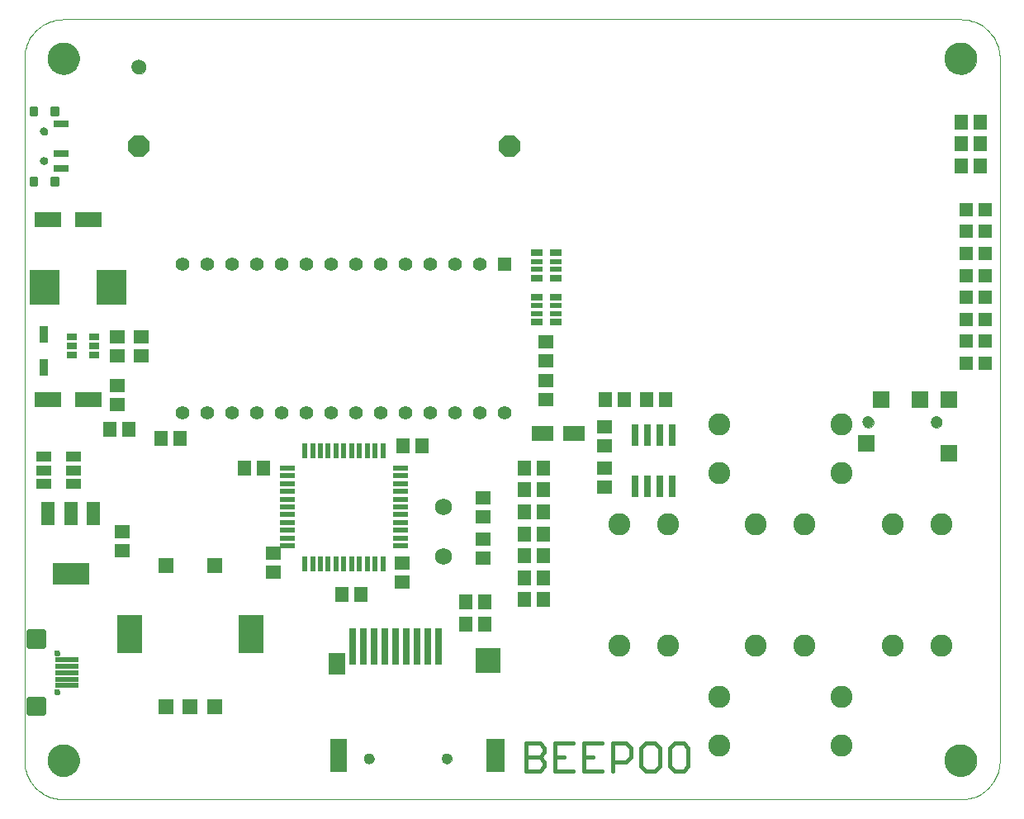
<source format=gts>
G75*
G70*
%OFA0B0*%
%FSLAX24Y24*%
%IPPOS*%
%LPD*%
%AMOC8*
5,1,8,0,0,1.08239X$1,22.5*
%
%ADD10C,0.0150*%
%ADD11C,0.0000*%
%ADD12C,0.1300*%
%ADD13OC8,0.0867*%
%ADD14C,0.0591*%
%ADD15C,0.0890*%
%ADD16R,0.0316X0.1457*%
%ADD17R,0.1024X0.1024*%
%ADD18R,0.0709X0.0886*%
%ADD19R,0.0709X0.1378*%
%ADD20R,0.0748X0.1378*%
%ADD21C,0.0434*%
%ADD22R,0.0690X0.0690*%
%ADD23C,0.0473*%
%ADD24R,0.0355X0.0670*%
%ADD25R,0.0620X0.0540*%
%ADD26R,0.0631X0.0316*%
%ADD27C,0.0177*%
%ADD28C,0.0316*%
%ADD29R,0.1221X0.1418*%
%ADD30R,0.0394X0.0276*%
%ADD31R,0.1064X0.0591*%
%ADD32R,0.0965X0.0197*%
%ADD33C,0.0197*%
%ADD34C,0.0237*%
%ADD35R,0.0237X0.0631*%
%ADD36R,0.0631X0.0237*%
%ADD37R,0.0540X0.0620*%
%ADD38R,0.0540X0.0540*%
%ADD39R,0.0493X0.0213*%
%ADD40R,0.0493X0.0288*%
%ADD41R,0.0634X0.0634*%
%ADD42R,0.0984X0.1575*%
%ADD43R,0.0560X0.0560*%
%ADD44C,0.0560*%
%ADD45R,0.0276X0.0906*%
%ADD46R,0.0906X0.0591*%
%ADD47R,0.0520X0.0920*%
%ADD48R,0.1457X0.0906*%
%ADD49R,0.0631X0.0434*%
%ADD50C,0.0690*%
D10*
X022839Y001338D02*
X023394Y001338D01*
X023579Y001523D01*
X023579Y001708D01*
X023394Y001893D01*
X022839Y001893D01*
X023394Y001893D02*
X023579Y002078D01*
X023579Y002263D01*
X023394Y002448D01*
X022839Y002448D01*
X022839Y001338D01*
X023999Y001338D02*
X024739Y001338D01*
X025159Y001338D02*
X025899Y001338D01*
X026319Y001338D02*
X026319Y002448D01*
X026874Y002448D01*
X027059Y002263D01*
X027059Y001893D01*
X026874Y001708D01*
X026319Y001708D01*
X025529Y001893D02*
X025159Y001893D01*
X025159Y002448D02*
X025159Y001338D01*
X024369Y001893D02*
X023999Y001893D01*
X023999Y002448D02*
X023999Y001338D01*
X023999Y002448D02*
X024739Y002448D01*
X025159Y002448D02*
X025899Y002448D01*
X027479Y002263D02*
X027479Y001523D01*
X027664Y001338D01*
X028034Y001338D01*
X028219Y001523D01*
X028219Y002263D01*
X028034Y002448D01*
X027664Y002448D01*
X027479Y002263D01*
X028639Y002263D02*
X028639Y001523D01*
X028824Y001338D01*
X029194Y001338D01*
X029380Y001523D01*
X029380Y002263D01*
X029194Y002448D01*
X028824Y002448D01*
X028639Y002263D01*
D11*
X002587Y001755D02*
X002587Y030101D01*
X003531Y030101D02*
X003533Y030151D01*
X003539Y030201D01*
X003549Y030250D01*
X003563Y030298D01*
X003580Y030345D01*
X003601Y030390D01*
X003626Y030434D01*
X003654Y030475D01*
X003686Y030514D01*
X003720Y030551D01*
X003757Y030585D01*
X003797Y030615D01*
X003839Y030642D01*
X003883Y030666D01*
X003929Y030687D01*
X003976Y030703D01*
X004024Y030716D01*
X004074Y030725D01*
X004123Y030730D01*
X004174Y030731D01*
X004224Y030728D01*
X004273Y030721D01*
X004322Y030710D01*
X004370Y030695D01*
X004416Y030677D01*
X004461Y030655D01*
X004504Y030629D01*
X004545Y030600D01*
X004584Y030568D01*
X004620Y030533D01*
X004652Y030495D01*
X004682Y030455D01*
X004709Y030412D01*
X004732Y030368D01*
X004751Y030322D01*
X004767Y030274D01*
X004779Y030225D01*
X004787Y030176D01*
X004791Y030126D01*
X004791Y030076D01*
X004787Y030026D01*
X004779Y029977D01*
X004767Y029928D01*
X004751Y029880D01*
X004732Y029834D01*
X004709Y029790D01*
X004682Y029747D01*
X004652Y029707D01*
X004620Y029669D01*
X004584Y029634D01*
X004545Y029602D01*
X004504Y029573D01*
X004461Y029547D01*
X004416Y029525D01*
X004370Y029507D01*
X004322Y029492D01*
X004273Y029481D01*
X004224Y029474D01*
X004174Y029471D01*
X004123Y029472D01*
X004074Y029477D01*
X004024Y029486D01*
X003976Y029499D01*
X003929Y029515D01*
X003883Y029536D01*
X003839Y029560D01*
X003797Y029587D01*
X003757Y029617D01*
X003720Y029651D01*
X003686Y029688D01*
X003654Y029727D01*
X003626Y029768D01*
X003601Y029812D01*
X003580Y029857D01*
X003563Y029904D01*
X003549Y029952D01*
X003539Y030001D01*
X003533Y030051D01*
X003531Y030101D01*
X002586Y030101D02*
X002588Y030178D01*
X002594Y030255D01*
X002603Y030332D01*
X002616Y030408D01*
X002633Y030484D01*
X002654Y030558D01*
X002678Y030632D01*
X002706Y030704D01*
X002737Y030774D01*
X002772Y030843D01*
X002810Y030911D01*
X002851Y030976D01*
X002896Y031039D01*
X002944Y031100D01*
X002994Y031159D01*
X003047Y031215D01*
X003103Y031268D01*
X003162Y031318D01*
X003223Y031366D01*
X003286Y031411D01*
X003351Y031452D01*
X003419Y031490D01*
X003488Y031525D01*
X003558Y031556D01*
X003630Y031584D01*
X003704Y031608D01*
X003778Y031629D01*
X003854Y031646D01*
X003930Y031659D01*
X004007Y031668D01*
X004084Y031674D01*
X004161Y031676D01*
X040382Y031676D01*
X039752Y030101D02*
X039754Y030151D01*
X039760Y030201D01*
X039770Y030250D01*
X039784Y030298D01*
X039801Y030345D01*
X039822Y030390D01*
X039847Y030434D01*
X039875Y030475D01*
X039907Y030514D01*
X039941Y030551D01*
X039978Y030585D01*
X040018Y030615D01*
X040060Y030642D01*
X040104Y030666D01*
X040150Y030687D01*
X040197Y030703D01*
X040245Y030716D01*
X040295Y030725D01*
X040344Y030730D01*
X040395Y030731D01*
X040445Y030728D01*
X040494Y030721D01*
X040543Y030710D01*
X040591Y030695D01*
X040637Y030677D01*
X040682Y030655D01*
X040725Y030629D01*
X040766Y030600D01*
X040805Y030568D01*
X040841Y030533D01*
X040873Y030495D01*
X040903Y030455D01*
X040930Y030412D01*
X040953Y030368D01*
X040972Y030322D01*
X040988Y030274D01*
X041000Y030225D01*
X041008Y030176D01*
X041012Y030126D01*
X041012Y030076D01*
X041008Y030026D01*
X041000Y029977D01*
X040988Y029928D01*
X040972Y029880D01*
X040953Y029834D01*
X040930Y029790D01*
X040903Y029747D01*
X040873Y029707D01*
X040841Y029669D01*
X040805Y029634D01*
X040766Y029602D01*
X040725Y029573D01*
X040682Y029547D01*
X040637Y029525D01*
X040591Y029507D01*
X040543Y029492D01*
X040494Y029481D01*
X040445Y029474D01*
X040395Y029471D01*
X040344Y029472D01*
X040295Y029477D01*
X040245Y029486D01*
X040197Y029499D01*
X040150Y029515D01*
X040104Y029536D01*
X040060Y029560D01*
X040018Y029587D01*
X039978Y029617D01*
X039941Y029651D01*
X039907Y029688D01*
X039875Y029727D01*
X039847Y029768D01*
X039822Y029812D01*
X039801Y029857D01*
X039784Y029904D01*
X039770Y029952D01*
X039760Y030001D01*
X039754Y030051D01*
X039752Y030101D01*
X040382Y031676D02*
X040459Y031674D01*
X040536Y031668D01*
X040613Y031659D01*
X040689Y031646D01*
X040765Y031629D01*
X040839Y031608D01*
X040913Y031584D01*
X040985Y031556D01*
X041055Y031525D01*
X041124Y031490D01*
X041192Y031452D01*
X041257Y031411D01*
X041320Y031366D01*
X041381Y031318D01*
X041440Y031268D01*
X041496Y031215D01*
X041549Y031159D01*
X041599Y031100D01*
X041647Y031039D01*
X041692Y030976D01*
X041733Y030911D01*
X041771Y030843D01*
X041806Y030774D01*
X041837Y030704D01*
X041865Y030632D01*
X041889Y030558D01*
X041910Y030484D01*
X041927Y030408D01*
X041940Y030332D01*
X041949Y030255D01*
X041955Y030178D01*
X041957Y030101D01*
X041957Y001755D01*
X039752Y001755D02*
X039754Y001805D01*
X039760Y001855D01*
X039770Y001904D01*
X039784Y001952D01*
X039801Y001999D01*
X039822Y002044D01*
X039847Y002088D01*
X039875Y002129D01*
X039907Y002168D01*
X039941Y002205D01*
X039978Y002239D01*
X040018Y002269D01*
X040060Y002296D01*
X040104Y002320D01*
X040150Y002341D01*
X040197Y002357D01*
X040245Y002370D01*
X040295Y002379D01*
X040344Y002384D01*
X040395Y002385D01*
X040445Y002382D01*
X040494Y002375D01*
X040543Y002364D01*
X040591Y002349D01*
X040637Y002331D01*
X040682Y002309D01*
X040725Y002283D01*
X040766Y002254D01*
X040805Y002222D01*
X040841Y002187D01*
X040873Y002149D01*
X040903Y002109D01*
X040930Y002066D01*
X040953Y002022D01*
X040972Y001976D01*
X040988Y001928D01*
X041000Y001879D01*
X041008Y001830D01*
X041012Y001780D01*
X041012Y001730D01*
X041008Y001680D01*
X041000Y001631D01*
X040988Y001582D01*
X040972Y001534D01*
X040953Y001488D01*
X040930Y001444D01*
X040903Y001401D01*
X040873Y001361D01*
X040841Y001323D01*
X040805Y001288D01*
X040766Y001256D01*
X040725Y001227D01*
X040682Y001201D01*
X040637Y001179D01*
X040591Y001161D01*
X040543Y001146D01*
X040494Y001135D01*
X040445Y001128D01*
X040395Y001125D01*
X040344Y001126D01*
X040295Y001131D01*
X040245Y001140D01*
X040197Y001153D01*
X040150Y001169D01*
X040104Y001190D01*
X040060Y001214D01*
X040018Y001241D01*
X039978Y001271D01*
X039941Y001305D01*
X039907Y001342D01*
X039875Y001381D01*
X039847Y001422D01*
X039822Y001466D01*
X039801Y001511D01*
X039784Y001558D01*
X039770Y001606D01*
X039760Y001655D01*
X039754Y001705D01*
X039752Y001755D01*
X040382Y000180D02*
X040459Y000182D01*
X040536Y000188D01*
X040613Y000197D01*
X040689Y000210D01*
X040765Y000227D01*
X040839Y000248D01*
X040913Y000272D01*
X040985Y000300D01*
X041055Y000331D01*
X041124Y000366D01*
X041192Y000404D01*
X041257Y000445D01*
X041320Y000490D01*
X041381Y000538D01*
X041440Y000588D01*
X041496Y000641D01*
X041549Y000697D01*
X041599Y000756D01*
X041647Y000817D01*
X041692Y000880D01*
X041733Y000945D01*
X041771Y001013D01*
X041806Y001082D01*
X041837Y001152D01*
X041865Y001224D01*
X041889Y001298D01*
X041910Y001372D01*
X041927Y001448D01*
X041940Y001524D01*
X041949Y001601D01*
X041955Y001678D01*
X041957Y001755D01*
X040382Y000180D02*
X004161Y000180D01*
X003531Y001755D02*
X003533Y001805D01*
X003539Y001855D01*
X003549Y001904D01*
X003563Y001952D01*
X003580Y001999D01*
X003601Y002044D01*
X003626Y002088D01*
X003654Y002129D01*
X003686Y002168D01*
X003720Y002205D01*
X003757Y002239D01*
X003797Y002269D01*
X003839Y002296D01*
X003883Y002320D01*
X003929Y002341D01*
X003976Y002357D01*
X004024Y002370D01*
X004074Y002379D01*
X004123Y002384D01*
X004174Y002385D01*
X004224Y002382D01*
X004273Y002375D01*
X004322Y002364D01*
X004370Y002349D01*
X004416Y002331D01*
X004461Y002309D01*
X004504Y002283D01*
X004545Y002254D01*
X004584Y002222D01*
X004620Y002187D01*
X004652Y002149D01*
X004682Y002109D01*
X004709Y002066D01*
X004732Y002022D01*
X004751Y001976D01*
X004767Y001928D01*
X004779Y001879D01*
X004787Y001830D01*
X004791Y001780D01*
X004791Y001730D01*
X004787Y001680D01*
X004779Y001631D01*
X004767Y001582D01*
X004751Y001534D01*
X004732Y001488D01*
X004709Y001444D01*
X004682Y001401D01*
X004652Y001361D01*
X004620Y001323D01*
X004584Y001288D01*
X004545Y001256D01*
X004504Y001227D01*
X004461Y001201D01*
X004416Y001179D01*
X004370Y001161D01*
X004322Y001146D01*
X004273Y001135D01*
X004224Y001128D01*
X004174Y001125D01*
X004123Y001126D01*
X004074Y001131D01*
X004024Y001140D01*
X003976Y001153D01*
X003929Y001169D01*
X003883Y001190D01*
X003839Y001214D01*
X003797Y001241D01*
X003757Y001271D01*
X003720Y001305D01*
X003686Y001342D01*
X003654Y001381D01*
X003626Y001422D01*
X003601Y001466D01*
X003580Y001511D01*
X003563Y001558D01*
X003549Y001606D01*
X003539Y001655D01*
X003533Y001705D01*
X003531Y001755D01*
X002586Y001755D02*
X002588Y001678D01*
X002594Y001601D01*
X002603Y001524D01*
X002616Y001448D01*
X002633Y001372D01*
X002654Y001298D01*
X002678Y001224D01*
X002706Y001152D01*
X002737Y001082D01*
X002772Y001013D01*
X002810Y000945D01*
X002851Y000880D01*
X002896Y000817D01*
X002944Y000756D01*
X002994Y000697D01*
X003047Y000641D01*
X003103Y000588D01*
X003162Y000538D01*
X003223Y000490D01*
X003286Y000445D01*
X003351Y000404D01*
X003419Y000366D01*
X003488Y000331D01*
X003558Y000300D01*
X003630Y000272D01*
X003704Y000248D01*
X003778Y000227D01*
X003854Y000210D01*
X003930Y000197D01*
X004007Y000188D01*
X004084Y000182D01*
X004161Y000180D01*
X003807Y004511D02*
X003809Y004530D01*
X003814Y004549D01*
X003824Y004565D01*
X003836Y004580D01*
X003851Y004592D01*
X003867Y004602D01*
X003886Y004607D01*
X003905Y004609D01*
X003924Y004607D01*
X003943Y004602D01*
X003959Y004592D01*
X003974Y004580D01*
X003986Y004565D01*
X003996Y004549D01*
X004001Y004530D01*
X004003Y004511D01*
X004001Y004492D01*
X003996Y004473D01*
X003986Y004457D01*
X003974Y004442D01*
X003959Y004430D01*
X003943Y004420D01*
X003924Y004415D01*
X003905Y004413D01*
X003886Y004415D01*
X003867Y004420D01*
X003851Y004430D01*
X003836Y004442D01*
X003824Y004457D01*
X003814Y004473D01*
X003809Y004492D01*
X003807Y004511D01*
X003807Y006086D02*
X003809Y006105D01*
X003814Y006124D01*
X003824Y006140D01*
X003836Y006155D01*
X003851Y006167D01*
X003867Y006177D01*
X003886Y006182D01*
X003905Y006184D01*
X003924Y006182D01*
X003943Y006177D01*
X003959Y006167D01*
X003974Y006155D01*
X003986Y006140D01*
X003996Y006124D01*
X004001Y006105D01*
X004003Y006086D01*
X004001Y006067D01*
X003996Y006048D01*
X003986Y006032D01*
X003974Y006017D01*
X003959Y006005D01*
X003943Y005995D01*
X003924Y005990D01*
X003905Y005988D01*
X003886Y005990D01*
X003867Y005995D01*
X003851Y006005D01*
X003836Y006017D01*
X003824Y006032D01*
X003814Y006048D01*
X003809Y006067D01*
X003807Y006086D01*
X016295Y001834D02*
X016297Y001861D01*
X016303Y001888D01*
X016312Y001914D01*
X016325Y001938D01*
X016341Y001961D01*
X016360Y001980D01*
X016382Y001997D01*
X016406Y002011D01*
X016431Y002021D01*
X016458Y002028D01*
X016485Y002031D01*
X016513Y002030D01*
X016540Y002025D01*
X016566Y002017D01*
X016590Y002005D01*
X016613Y001989D01*
X016634Y001971D01*
X016651Y001950D01*
X016666Y001926D01*
X016677Y001901D01*
X016685Y001875D01*
X016689Y001848D01*
X016689Y001820D01*
X016685Y001793D01*
X016677Y001767D01*
X016666Y001742D01*
X016651Y001718D01*
X016634Y001697D01*
X016613Y001679D01*
X016591Y001663D01*
X016566Y001651D01*
X016540Y001643D01*
X016513Y001638D01*
X016485Y001637D01*
X016458Y001640D01*
X016431Y001647D01*
X016406Y001657D01*
X016382Y001671D01*
X016360Y001688D01*
X016341Y001707D01*
X016325Y001730D01*
X016312Y001754D01*
X016303Y001780D01*
X016297Y001807D01*
X016295Y001834D01*
X019445Y001834D02*
X019447Y001861D01*
X019453Y001888D01*
X019462Y001914D01*
X019475Y001938D01*
X019491Y001961D01*
X019510Y001980D01*
X019532Y001997D01*
X019556Y002011D01*
X019581Y002021D01*
X019608Y002028D01*
X019635Y002031D01*
X019663Y002030D01*
X019690Y002025D01*
X019716Y002017D01*
X019740Y002005D01*
X019763Y001989D01*
X019784Y001971D01*
X019801Y001950D01*
X019816Y001926D01*
X019827Y001901D01*
X019835Y001875D01*
X019839Y001848D01*
X019839Y001820D01*
X019835Y001793D01*
X019827Y001767D01*
X019816Y001742D01*
X019801Y001718D01*
X019784Y001697D01*
X019763Y001679D01*
X019741Y001663D01*
X019716Y001651D01*
X019690Y001643D01*
X019663Y001638D01*
X019635Y001637D01*
X019608Y001640D01*
X019581Y001647D01*
X019556Y001657D01*
X019532Y001671D01*
X019510Y001688D01*
X019491Y001707D01*
X019475Y001730D01*
X019462Y001754D01*
X019453Y001780D01*
X019447Y001807D01*
X019445Y001834D01*
X036425Y015416D02*
X036427Y015445D01*
X036433Y015473D01*
X036442Y015501D01*
X036455Y015527D01*
X036472Y015550D01*
X036491Y015572D01*
X036513Y015591D01*
X036538Y015606D01*
X036564Y015619D01*
X036592Y015627D01*
X036620Y015632D01*
X036649Y015633D01*
X036678Y015630D01*
X036706Y015623D01*
X036733Y015613D01*
X036759Y015599D01*
X036782Y015582D01*
X036803Y015562D01*
X036821Y015539D01*
X036836Y015514D01*
X036847Y015487D01*
X036855Y015459D01*
X036859Y015430D01*
X036859Y015402D01*
X036855Y015373D01*
X036847Y015345D01*
X036836Y015318D01*
X036821Y015293D01*
X036803Y015270D01*
X036782Y015250D01*
X036759Y015233D01*
X036733Y015219D01*
X036706Y015209D01*
X036678Y015202D01*
X036649Y015199D01*
X036620Y015200D01*
X036592Y015205D01*
X036564Y015213D01*
X036538Y015226D01*
X036513Y015241D01*
X036491Y015260D01*
X036472Y015282D01*
X036455Y015305D01*
X036442Y015331D01*
X036433Y015359D01*
X036427Y015387D01*
X036425Y015416D01*
X039181Y015416D02*
X039183Y015445D01*
X039189Y015473D01*
X039198Y015501D01*
X039211Y015527D01*
X039228Y015550D01*
X039247Y015572D01*
X039269Y015591D01*
X039294Y015606D01*
X039320Y015619D01*
X039348Y015627D01*
X039376Y015632D01*
X039405Y015633D01*
X039434Y015630D01*
X039462Y015623D01*
X039489Y015613D01*
X039515Y015599D01*
X039538Y015582D01*
X039559Y015562D01*
X039577Y015539D01*
X039592Y015514D01*
X039603Y015487D01*
X039611Y015459D01*
X039615Y015430D01*
X039615Y015402D01*
X039611Y015373D01*
X039603Y015345D01*
X039592Y015318D01*
X039577Y015293D01*
X039559Y015270D01*
X039538Y015250D01*
X039515Y015233D01*
X039489Y015219D01*
X039462Y015209D01*
X039434Y015202D01*
X039405Y015199D01*
X039376Y015200D01*
X039348Y015205D01*
X039320Y015213D01*
X039294Y015226D01*
X039269Y015241D01*
X039247Y015260D01*
X039228Y015282D01*
X039211Y015305D01*
X039198Y015331D01*
X039189Y015359D01*
X039183Y015387D01*
X039181Y015416D01*
X006929Y029758D02*
X006931Y029791D01*
X006937Y029823D01*
X006946Y029854D01*
X006959Y029884D01*
X006976Y029912D01*
X006996Y029938D01*
X007019Y029962D01*
X007044Y029982D01*
X007072Y030000D01*
X007101Y030014D01*
X007132Y030024D01*
X007164Y030031D01*
X007197Y030034D01*
X007230Y030033D01*
X007262Y030028D01*
X007293Y030019D01*
X007324Y030007D01*
X007352Y029991D01*
X007379Y029972D01*
X007403Y029950D01*
X007424Y029925D01*
X007443Y029898D01*
X007458Y029869D01*
X007469Y029839D01*
X007477Y029807D01*
X007481Y029774D01*
X007481Y029742D01*
X007477Y029709D01*
X007469Y029677D01*
X007458Y029647D01*
X007443Y029618D01*
X007424Y029591D01*
X007403Y029566D01*
X007379Y029544D01*
X007352Y029525D01*
X007324Y029509D01*
X007293Y029497D01*
X007262Y029488D01*
X007230Y029483D01*
X007197Y029482D01*
X007164Y029485D01*
X007132Y029492D01*
X007101Y029502D01*
X007072Y029516D01*
X007044Y029534D01*
X007019Y029554D01*
X006996Y029578D01*
X006976Y029604D01*
X006959Y029632D01*
X006946Y029662D01*
X006937Y029693D01*
X006931Y029725D01*
X006929Y029758D01*
X003236Y027149D02*
X003238Y027172D01*
X003244Y027195D01*
X003254Y027216D01*
X003267Y027236D01*
X003283Y027253D01*
X003302Y027267D01*
X003323Y027277D01*
X003345Y027284D01*
X003368Y027287D01*
X003392Y027286D01*
X003414Y027281D01*
X003436Y027272D01*
X003456Y027260D01*
X003474Y027244D01*
X003488Y027226D01*
X003500Y027206D01*
X003508Y027184D01*
X003512Y027161D01*
X003512Y027137D01*
X003508Y027114D01*
X003500Y027092D01*
X003488Y027072D01*
X003474Y027054D01*
X003456Y027038D01*
X003436Y027026D01*
X003414Y027017D01*
X003392Y027012D01*
X003368Y027011D01*
X003345Y027014D01*
X003323Y027021D01*
X003302Y027031D01*
X003283Y027045D01*
X003267Y027062D01*
X003254Y027082D01*
X003244Y027103D01*
X003238Y027126D01*
X003236Y027149D01*
X003236Y025967D02*
X003238Y025990D01*
X003244Y026013D01*
X003254Y026034D01*
X003267Y026054D01*
X003283Y026071D01*
X003302Y026085D01*
X003323Y026095D01*
X003345Y026102D01*
X003368Y026105D01*
X003392Y026104D01*
X003414Y026099D01*
X003436Y026090D01*
X003456Y026078D01*
X003474Y026062D01*
X003488Y026044D01*
X003500Y026024D01*
X003508Y026002D01*
X003512Y025979D01*
X003512Y025955D01*
X003508Y025932D01*
X003500Y025910D01*
X003488Y025890D01*
X003474Y025872D01*
X003456Y025856D01*
X003436Y025844D01*
X003414Y025835D01*
X003392Y025830D01*
X003368Y025829D01*
X003345Y025832D01*
X003323Y025839D01*
X003302Y025849D01*
X003283Y025863D01*
X003267Y025880D01*
X003254Y025900D01*
X003244Y025921D01*
X003238Y025944D01*
X003236Y025967D01*
D12*
X004161Y030101D03*
X040382Y030101D03*
X040382Y001755D03*
X004161Y001755D03*
D13*
X007205Y026558D03*
X022165Y026558D03*
D14*
X007205Y029758D03*
D15*
X030638Y015337D03*
X030638Y013369D03*
X032114Y011302D03*
X034083Y011302D03*
X035559Y013369D03*
X037626Y011302D03*
X039594Y011302D03*
X035559Y015337D03*
X028571Y011302D03*
X026602Y011302D03*
X026602Y006381D03*
X028571Y006381D03*
X030638Y004314D03*
X030638Y002345D03*
X035559Y002345D03*
X035559Y004314D03*
X034083Y006381D03*
X032114Y006381D03*
X037626Y006381D03*
X039594Y006381D03*
D16*
X019307Y006361D03*
X018874Y006361D03*
X018441Y006361D03*
X018008Y006361D03*
X017575Y006361D03*
X017142Y006361D03*
X016709Y006361D03*
X016276Y006361D03*
X015842Y006361D03*
D17*
X021295Y005790D03*
D18*
X015213Y005643D03*
D19*
X015252Y001952D03*
D20*
X021610Y001952D03*
D21*
X019642Y001834D03*
X016492Y001834D03*
D22*
X036563Y014550D03*
X037154Y016322D03*
X038728Y016322D03*
X039909Y016322D03*
X039909Y014156D03*
D23*
X039398Y015416D03*
X036642Y015416D03*
D24*
X003374Y017621D03*
X003374Y018960D03*
D25*
X006327Y018871D03*
X007311Y018871D03*
X007311Y018103D03*
X006327Y018103D03*
X006327Y016903D03*
X006327Y016135D03*
X006524Y010997D03*
X006524Y010229D03*
X012626Y010111D03*
X012626Y009343D03*
X017842Y009718D03*
X017842Y008950D03*
X021091Y009934D03*
X021091Y010702D03*
X021091Y011607D03*
X021091Y012375D03*
X026012Y012788D03*
X026012Y013556D03*
X026012Y014461D03*
X026012Y015229D03*
X023650Y016331D03*
X023650Y017099D03*
X023650Y017906D03*
X023650Y018674D03*
D26*
X004063Y025672D03*
X004063Y026263D03*
X004063Y027444D03*
D27*
X003718Y027846D02*
X003718Y028104D01*
X003896Y028104D01*
X003896Y027846D01*
X003718Y027846D01*
X003718Y028022D02*
X003896Y028022D01*
X002852Y028104D02*
X002852Y027846D01*
X002852Y028104D02*
X003030Y028104D01*
X003030Y027846D01*
X002852Y027846D01*
X002852Y028022D02*
X003030Y028022D01*
X002852Y025270D02*
X002852Y025012D01*
X002852Y025270D02*
X003030Y025270D01*
X003030Y025012D01*
X002852Y025012D01*
X002852Y025188D02*
X003030Y025188D01*
X003718Y025270D02*
X003718Y025012D01*
X003718Y025270D02*
X003896Y025270D01*
X003896Y025012D01*
X003718Y025012D01*
X003718Y025188D02*
X003896Y025188D01*
D28*
X003374Y025967D03*
X003374Y027149D03*
D29*
X003413Y020849D03*
X006091Y020849D03*
D30*
X005402Y018861D03*
X005402Y018487D03*
X005402Y018113D03*
X004496Y018113D03*
X004496Y018487D03*
X004496Y018861D03*
D31*
X005165Y016322D03*
X003551Y016322D03*
X003551Y023605D03*
X005165Y023605D03*
D32*
X004299Y005810D03*
X004299Y005554D03*
X004299Y005298D03*
X004299Y005042D03*
X004299Y004786D03*
D33*
X002763Y004236D02*
X002763Y003644D01*
X002763Y004236D02*
X003355Y004236D01*
X003355Y003644D01*
X002763Y003644D01*
X002763Y003840D02*
X003355Y003840D01*
X003355Y004036D02*
X002763Y004036D01*
X002763Y004232D02*
X003355Y004232D01*
X002763Y006360D02*
X002763Y006952D01*
X003355Y006952D01*
X003355Y006360D01*
X002763Y006360D01*
X002763Y006556D02*
X003355Y006556D01*
X003355Y006752D02*
X002763Y006752D01*
X002763Y006948D02*
X003355Y006948D01*
D34*
X003905Y006086D03*
X003905Y004511D03*
D35*
X013905Y009708D03*
X014220Y009708D03*
X014535Y009708D03*
X014850Y009708D03*
X015165Y009708D03*
X015480Y009708D03*
X015795Y009708D03*
X016110Y009708D03*
X016425Y009708D03*
X016740Y009708D03*
X017055Y009708D03*
X017055Y014274D03*
X016740Y014274D03*
X016425Y014274D03*
X016110Y014274D03*
X015795Y014274D03*
X015480Y014274D03*
X015165Y014274D03*
X014850Y014274D03*
X014535Y014274D03*
X014220Y014274D03*
X013905Y014274D03*
D36*
X013197Y013566D03*
X013197Y013251D03*
X013197Y012936D03*
X013197Y012621D03*
X013197Y012306D03*
X013197Y011991D03*
X013197Y011676D03*
X013197Y011361D03*
X013197Y011046D03*
X013197Y010731D03*
X013197Y010416D03*
X017764Y010416D03*
X017764Y010731D03*
X017764Y011046D03*
X017764Y011361D03*
X017764Y011676D03*
X017764Y011991D03*
X017764Y012306D03*
X017764Y012621D03*
X017764Y012936D03*
X017764Y013251D03*
X017764Y013566D03*
D37*
X017852Y014452D03*
X018620Y014452D03*
X022773Y013566D03*
X023541Y013566D03*
X023541Y012680D03*
X022773Y012680D03*
X022773Y011794D03*
X023541Y011794D03*
X023541Y010908D03*
X022773Y010908D03*
X022773Y010023D03*
X023541Y010023D03*
X023541Y009137D03*
X022773Y009137D03*
X022773Y008251D03*
X023541Y008251D03*
X021179Y008152D03*
X020411Y008152D03*
X020411Y007267D03*
X021179Y007267D03*
X016160Y008448D03*
X015392Y008448D03*
X012223Y013566D03*
X011455Y013566D03*
X008876Y014747D03*
X008108Y014747D03*
X006809Y015141D03*
X006041Y015141D03*
X026021Y016322D03*
X026789Y016322D03*
X027695Y016322D03*
X028463Y016322D03*
X040392Y025771D03*
X041160Y025771D03*
X041160Y026656D03*
X040392Y026656D03*
X040392Y027542D03*
X041160Y027542D03*
D38*
X041356Y023999D03*
X040588Y023999D03*
X040588Y023113D03*
X041356Y023113D03*
X041356Y022227D03*
X040588Y022227D03*
X040588Y021341D03*
X041356Y021341D03*
X041356Y020456D03*
X040588Y020456D03*
X040588Y019570D03*
X041356Y019570D03*
X041356Y018684D03*
X040588Y018684D03*
X040588Y017798D03*
X041356Y017798D03*
D39*
X024033Y019806D03*
X024033Y020121D03*
X023266Y020121D03*
X023266Y019806D03*
X023266Y021578D03*
X023266Y021893D03*
X024033Y021893D03*
X024033Y021578D03*
D40*
X024033Y021225D03*
X024033Y020473D03*
X023266Y020473D03*
X023266Y021225D03*
X023266Y022245D03*
X024033Y022245D03*
X024033Y019454D03*
X023266Y019454D03*
D41*
X010264Y009629D03*
X008295Y009629D03*
X008295Y003920D03*
X009279Y003920D03*
X010264Y003920D03*
D42*
X011740Y006873D03*
X006819Y006873D03*
D43*
X021980Y021782D03*
D44*
X020980Y021782D03*
X019980Y021782D03*
X018980Y021782D03*
X017980Y021782D03*
X016980Y021782D03*
X015980Y021782D03*
X014980Y021782D03*
X013980Y021782D03*
X012980Y021782D03*
X011980Y021782D03*
X010980Y021782D03*
X009980Y021782D03*
X008980Y021782D03*
X008980Y015782D03*
X009980Y015782D03*
X010980Y015782D03*
X011980Y015782D03*
X012980Y015782D03*
X013980Y015782D03*
X014980Y015782D03*
X015980Y015782D03*
X016980Y015782D03*
X017980Y015782D03*
X018980Y015782D03*
X019980Y015782D03*
X020980Y015782D03*
X021980Y015782D03*
D45*
X027230Y014885D03*
X027730Y014885D03*
X028230Y014885D03*
X028730Y014885D03*
X028730Y012837D03*
X028230Y012837D03*
X027730Y012837D03*
X027230Y012837D03*
D46*
X024772Y014944D03*
X023512Y014944D03*
D47*
X005367Y011735D03*
X004457Y011735D03*
X003547Y011735D03*
D48*
X004457Y009295D03*
D49*
X004555Y012916D03*
X004555Y013467D03*
X004555Y014019D03*
X003374Y014019D03*
X003374Y013467D03*
X003374Y012916D03*
D50*
X019516Y012007D03*
X019516Y010007D03*
M02*

</source>
